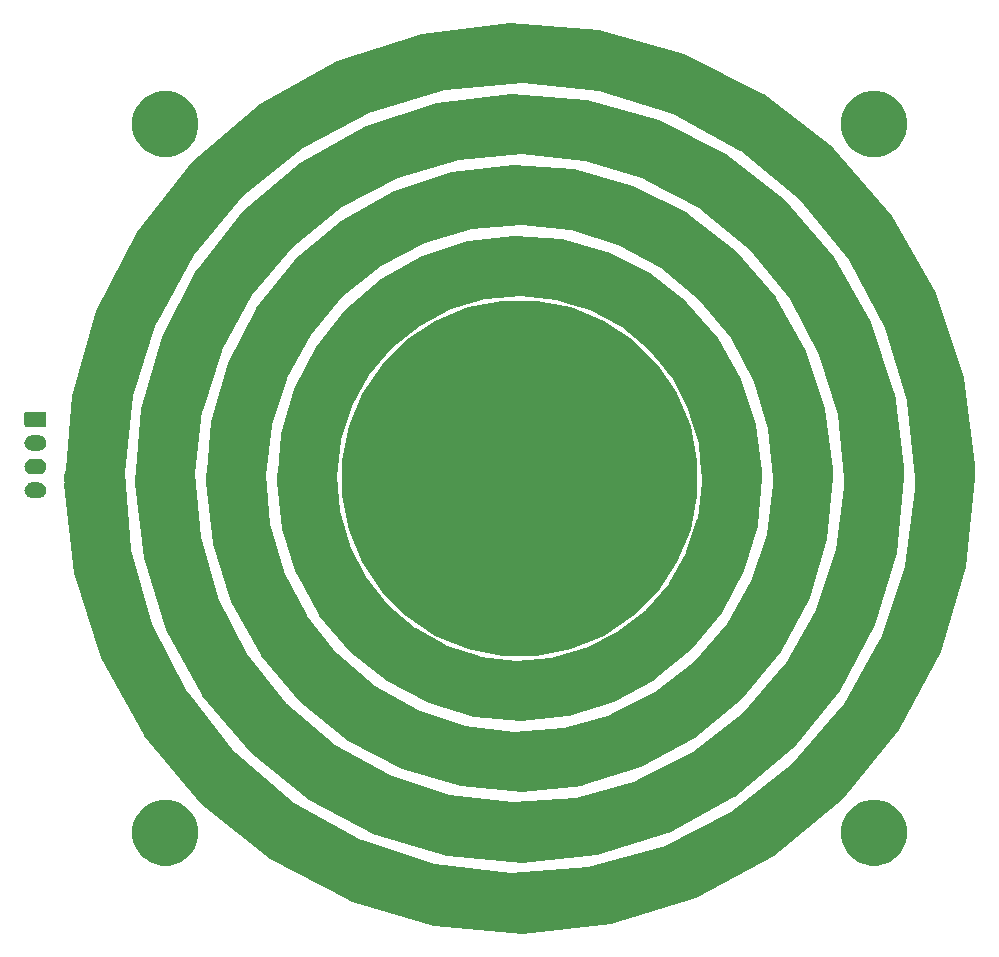
<source format=gbr>
G04 #@! TF.GenerationSoftware,KiCad,Pcbnew,(5.0.2)-1*
G04 #@! TF.CreationDate,2019-06-21T17:07:53-07:00*
G04 #@! TF.ProjectId,slip_ring,736c6970-5f72-4696-9e67-2e6b69636164,rev?*
G04 #@! TF.SameCoordinates,Original*
G04 #@! TF.FileFunction,Soldermask,Top*
G04 #@! TF.FilePolarity,Negative*
%FSLAX46Y46*%
G04 Gerber Fmt 4.6, Leading zero omitted, Abs format (unit mm)*
G04 Created by KiCad (PCBNEW (5.0.2)-1) date 6/21/2019 5:07:53 PM*
%MOMM*%
%LPD*%
G01*
G04 APERTURE LIST*
%ADD10C,0.100000*%
G04 APERTURE END LIST*
D10*
G36*
X6683337Y-7032734D02*
X6705293Y-7036606D01*
X13930603Y-9053948D01*
X13951382Y-9062007D01*
X20647255Y-12444336D01*
X20666070Y-12456277D01*
X26577457Y-17074759D01*
X26593599Y-17090131D01*
X31495333Y-22768843D01*
X31508185Y-22787062D01*
X35213567Y-29309715D01*
X35222629Y-29330067D01*
X37590524Y-36448222D01*
X37595459Y-36469947D01*
X38535994Y-43915055D01*
X38536885Y-43927780D01*
X38551798Y-44995793D01*
X38551264Y-45008537D01*
X37818975Y-52476999D01*
X37814646Y-52498858D01*
X35646429Y-59680342D01*
X35637932Y-59700955D01*
X32116122Y-66324518D01*
X32103788Y-66343083D01*
X27362514Y-72156457D01*
X27346816Y-72172265D01*
X21566692Y-76954001D01*
X21548209Y-76966468D01*
X14949390Y-80534435D01*
X14928847Y-80543070D01*
X7762668Y-82761374D01*
X7740841Y-82765854D01*
X280282Y-83549991D01*
X257995Y-83550146D01*
X-7212800Y-82870250D01*
X-7234686Y-82866076D01*
X-14431123Y-80748049D01*
X-14451802Y-80739694D01*
X-21099788Y-77264211D01*
X-21118439Y-77252006D01*
X-26964761Y-72551442D01*
X-26980689Y-72535845D01*
X-31802666Y-66789236D01*
X-31815254Y-66770853D01*
X-35429202Y-60197106D01*
X-35437985Y-60176614D01*
X-37706259Y-53026109D01*
X-37710894Y-53004302D01*
X-38547094Y-45549400D01*
X-38547406Y-45527116D01*
X-38530273Y-45323088D01*
X-38532237Y-45288241D01*
X-38537620Y-45261179D01*
X-38539814Y-45238903D01*
X-38539814Y-44761097D01*
X-38537620Y-44738817D01*
X-38499110Y-44545208D01*
X-33443614Y-44545208D01*
X-32899425Y-51025774D01*
X-32895021Y-51049769D01*
X-31102449Y-57301212D01*
X-31093468Y-57323894D01*
X-28120789Y-63108101D01*
X-28107574Y-63128607D01*
X-24068018Y-68225257D01*
X-24051071Y-68242806D01*
X-19098504Y-72457773D01*
X-19078471Y-72471696D01*
X-13401531Y-75644429D01*
X-13379176Y-75654196D01*
X-7194103Y-77663848D01*
X-7170277Y-77669087D01*
X-712651Y-78439113D01*
X-688260Y-78439624D01*
X5795949Y-77940691D01*
X5819974Y-77936454D01*
X12083774Y-76187569D01*
X12106519Y-76178747D01*
X17911345Y-73246520D01*
X17931943Y-73233448D01*
X23056666Y-69229574D01*
X23074332Y-69212751D01*
X27323771Y-64289730D01*
X27337834Y-64269795D01*
X30550123Y-58615144D01*
X30560046Y-58592857D01*
X32612830Y-52421958D01*
X32618234Y-52398169D01*
X33434256Y-45938693D01*
X33435230Y-45924771D01*
X33448015Y-45009161D01*
X33447430Y-44995218D01*
X32812085Y-38515467D01*
X32807347Y-38491536D01*
X30927665Y-32265728D01*
X30918368Y-32243173D01*
X27865220Y-26501036D01*
X27851720Y-26480716D01*
X23741399Y-21440965D01*
X23724209Y-21423655D01*
X18713271Y-17278247D01*
X18693046Y-17264605D01*
X12972363Y-14171443D01*
X12949873Y-14161989D01*
X6737339Y-12238889D01*
X6713442Y-12233984D01*
X245698Y-11554197D01*
X221303Y-11554026D01*
X-6255302Y-12143443D01*
X-6279266Y-12148015D01*
X-12518048Y-13984189D01*
X-12540667Y-13993328D01*
X-18303981Y-17006315D01*
X-18324394Y-17019673D01*
X-23392717Y-21094710D01*
X-23410148Y-21111779D01*
X-27590433Y-26093648D01*
X-27604215Y-26113777D01*
X-30737241Y-31812730D01*
X-30746852Y-31835153D01*
X-32713277Y-38034109D01*
X-32718349Y-38057971D01*
X-33443273Y-44520814D01*
X-33443614Y-44545208D01*
X-38499110Y-44545208D01*
X-38494523Y-44522151D01*
X-38443207Y-44264172D01*
X-38443364Y-44264141D01*
X-38439779Y-44245419D01*
X-37919683Y-38051760D01*
X-37915662Y-38029851D01*
X-35847921Y-30818783D01*
X-35839719Y-30798067D01*
X-32410729Y-24125975D01*
X-32398650Y-24107232D01*
X-27739017Y-18228238D01*
X-27723529Y-18212200D01*
X-22010737Y-13350232D01*
X-21992427Y-13337506D01*
X-15444079Y-9677759D01*
X-15423643Y-9668831D01*
X-8289149Y-7350693D01*
X-8267379Y-7345906D01*
X-818494Y-6457681D01*
X-796209Y-6457214D01*
X6683337Y-7032734D01*
X6683337Y-7032734D01*
G37*
G36*
X5641448Y-12941580D02*
X5663404Y-12945452D01*
X11760856Y-14647890D01*
X11781635Y-14655949D01*
X17432294Y-17510303D01*
X17451109Y-17522244D01*
X22439740Y-21419791D01*
X22455882Y-21435163D01*
X26592463Y-26227437D01*
X26605315Y-26245656D01*
X29732294Y-31750135D01*
X29741360Y-31770496D01*
X31739626Y-37777504D01*
X31744563Y-37799238D01*
X32538334Y-44082585D01*
X32539225Y-44095310D01*
X32551798Y-44995793D01*
X32551264Y-45008537D01*
X31933245Y-51311592D01*
X31928916Y-51333451D01*
X30099153Y-57393919D01*
X30090656Y-57414533D01*
X27118594Y-63004168D01*
X27106260Y-63022733D01*
X23105090Y-67928652D01*
X23089392Y-67944460D01*
X18211534Y-71979775D01*
X18193051Y-71992242D01*
X12624297Y-75003256D01*
X12603754Y-75011891D01*
X6556200Y-76883923D01*
X6534373Y-76888403D01*
X238394Y-77550137D01*
X216107Y-77550292D01*
X-6088512Y-76976527D01*
X-6110398Y-76972353D01*
X-12183483Y-75184946D01*
X-12204162Y-75176591D01*
X-17814409Y-72243625D01*
X-17833060Y-72231420D01*
X-22766781Y-68264606D01*
X-22782709Y-68249009D01*
X-26851985Y-63399434D01*
X-26864573Y-63381051D01*
X-29914390Y-57833454D01*
X-29923173Y-57812962D01*
X-31837372Y-51778641D01*
X-31842008Y-51756830D01*
X-32547679Y-45465628D01*
X-32547991Y-45443342D01*
X-32535631Y-45296150D01*
X-32537256Y-45267312D01*
X-32537018Y-45267289D01*
X-32537576Y-45261620D01*
X-32537594Y-45261307D01*
X-32537620Y-45261176D01*
X-32539814Y-45238902D01*
X-32539814Y-44761097D01*
X-32537620Y-44738817D01*
X-32515773Y-44628980D01*
X-27444198Y-44628980D01*
X-26997996Y-49942659D01*
X-26993592Y-49966654D01*
X-25523790Y-55092464D01*
X-25514809Y-55115146D01*
X-23077390Y-59857852D01*
X-23064175Y-59878358D01*
X-19751980Y-64057307D01*
X-19735033Y-64074856D01*
X-15674222Y-67530877D01*
X-15654189Y-67544800D01*
X-10999436Y-70146253D01*
X-10977081Y-70156020D01*
X-5905691Y-71803815D01*
X-5881865Y-71809054D01*
X-586997Y-72440429D01*
X-562606Y-72440940D01*
X4754060Y-72031844D01*
X4778085Y-72027607D01*
X9914027Y-70593627D01*
X9936772Y-70584805D01*
X14696384Y-68180552D01*
X14716982Y-68167480D01*
X18918948Y-64884543D01*
X18936614Y-64867720D01*
X22420902Y-60831135D01*
X22434965Y-60811200D01*
X25068850Y-56174724D01*
X25078773Y-56152437D01*
X26761934Y-51092667D01*
X26767338Y-51068878D01*
X27436595Y-45771163D01*
X27437569Y-45757241D01*
X27448015Y-45009161D01*
X27447430Y-44995218D01*
X26926354Y-39680873D01*
X26921616Y-39656942D01*
X25380389Y-34552151D01*
X25371092Y-34529596D01*
X22867692Y-29821385D01*
X22854192Y-29801065D01*
X19483974Y-25668770D01*
X19466784Y-25651460D01*
X15358114Y-22252473D01*
X15337889Y-22238831D01*
X10647270Y-19702622D01*
X10624780Y-19693168D01*
X5530872Y-18116341D01*
X5506975Y-18111436D01*
X203811Y-17554051D01*
X179416Y-17553880D01*
X-5131014Y-18037167D01*
X-5154978Y-18041739D01*
X-10270408Y-19547292D01*
X-10293027Y-19556431D01*
X-15018602Y-22026901D01*
X-15039015Y-22040259D01*
X-19194737Y-25381546D01*
X-19212168Y-25398615D01*
X-22639752Y-29483450D01*
X-22653534Y-29503579D01*
X-25222429Y-34176381D01*
X-25232040Y-34198804D01*
X-26844391Y-39281580D01*
X-26849463Y-39305442D01*
X-27443857Y-44604586D01*
X-27444198Y-44628980D01*
X-32515773Y-44628980D01*
X-32511186Y-44605924D01*
X-32454560Y-44321250D01*
X-32452596Y-44307324D01*
X-32018254Y-39134875D01*
X-32014233Y-39112966D01*
X-30269262Y-33027530D01*
X-30261060Y-33006814D01*
X-27367330Y-27376224D01*
X-27355251Y-27357481D01*
X-23422979Y-22396188D01*
X-23407491Y-22380150D01*
X-18586456Y-18277128D01*
X-18568146Y-18264402D01*
X-13041985Y-15175935D01*
X-13021549Y-15167007D01*
X-7000737Y-13210727D01*
X-6978967Y-13205940D01*
X-692840Y-12456365D01*
X-670555Y-12455898D01*
X5641448Y-12941580D01*
X5641448Y-12941580D01*
G37*
G36*
X4599559Y-18850427D02*
X4621515Y-18854299D01*
X9591108Y-20241833D01*
X9611887Y-20249892D01*
X14217333Y-22576271D01*
X14236148Y-22588212D01*
X18302023Y-25764822D01*
X18318165Y-25780194D01*
X21689594Y-29686031D01*
X21702446Y-29704250D01*
X24251022Y-34190555D01*
X24260084Y-34210907D01*
X25888732Y-39106804D01*
X25893667Y-39128529D01*
X26540673Y-44250115D01*
X26541564Y-44262840D01*
X26551798Y-44995793D01*
X26551264Y-45008537D01*
X26047514Y-50146186D01*
X26043185Y-50168045D01*
X24551877Y-55107498D01*
X24543380Y-55128111D01*
X22121067Y-59683819D01*
X22108733Y-59702384D01*
X18847666Y-63700847D01*
X18831968Y-63716655D01*
X14856377Y-67005550D01*
X14837894Y-67018017D01*
X10299203Y-69472078D01*
X10278658Y-69480715D01*
X5349736Y-71006470D01*
X5327906Y-71010951D01*
X196506Y-71550283D01*
X174219Y-71550438D01*
X-4964224Y-71082803D01*
X-4986110Y-71078629D01*
X-9935844Y-69621843D01*
X-9956523Y-69613488D01*
X-14529029Y-67223039D01*
X-14547680Y-67210834D01*
X-18568801Y-63977770D01*
X-18584729Y-63962173D01*
X-21901304Y-60009632D01*
X-21913892Y-59991249D01*
X-24399577Y-55469803D01*
X-24408360Y-55449311D01*
X-25968486Y-50531171D01*
X-25973122Y-50509360D01*
X-26548264Y-45381855D01*
X-26548576Y-45359569D01*
X-26540028Y-45257779D01*
X-26540119Y-45245043D01*
X-26539814Y-45245043D01*
X-26539814Y-44761097D01*
X-26537621Y-44738826D01*
X-26532436Y-44712754D01*
X-21444783Y-44712754D01*
X-21096568Y-48859545D01*
X-21092164Y-48883540D01*
X-19945131Y-52883717D01*
X-19936150Y-52906399D01*
X-18033990Y-56607603D01*
X-18020775Y-56628109D01*
X-15435941Y-59889357D01*
X-15418994Y-59906906D01*
X-12249941Y-62603982D01*
X-12229908Y-62617905D01*
X-8597342Y-64648077D01*
X-8574987Y-64657844D01*
X-4617280Y-65943781D01*
X-4593454Y-65949020D01*
X-461342Y-66441745D01*
X-436951Y-66442256D01*
X3712171Y-66122998D01*
X3736196Y-66118761D01*
X7744279Y-64999684D01*
X7767024Y-64990862D01*
X11481423Y-63114584D01*
X11502021Y-63101512D01*
X14781231Y-60539512D01*
X14798897Y-60522689D01*
X17518032Y-57372542D01*
X17532095Y-57352607D01*
X19587577Y-53734304D01*
X19597500Y-53712017D01*
X20911038Y-49763376D01*
X20916442Y-49739587D01*
X21438934Y-45603633D01*
X21439908Y-45589711D01*
X21448015Y-45009161D01*
X21447430Y-44995218D01*
X21040623Y-40846279D01*
X21035885Y-40822348D01*
X19833113Y-36838573D01*
X19823816Y-36816018D01*
X17870165Y-33141735D01*
X17856665Y-33121415D01*
X15226550Y-29896575D01*
X15209360Y-29879265D01*
X12002956Y-27226698D01*
X11982731Y-27213056D01*
X8322176Y-25233801D01*
X8299686Y-25224347D01*
X4324404Y-23993792D01*
X4300507Y-23988887D01*
X161923Y-23553905D01*
X137528Y-23553734D01*
X-4006726Y-23930890D01*
X-4030690Y-23935462D01*
X-8022769Y-25110395D01*
X-8045388Y-25119534D01*
X-11733222Y-27047487D01*
X-11753635Y-27060845D01*
X-14996757Y-29668382D01*
X-15014188Y-29685451D01*
X-17689071Y-32873252D01*
X-17702853Y-32893381D01*
X-19707617Y-36540033D01*
X-19717228Y-36562456D01*
X-20975505Y-40529050D01*
X-20980577Y-40552912D01*
X-21444442Y-44688360D01*
X-21444783Y-44712754D01*
X-26532436Y-44712754D01*
X-26527849Y-44689698D01*
X-26527848Y-44689688D01*
X-26467747Y-44387543D01*
X-26465783Y-44373616D01*
X-26116825Y-40217990D01*
X-26112804Y-40196081D01*
X-24690603Y-35236277D01*
X-24682401Y-35215561D01*
X-22323930Y-30626473D01*
X-22311851Y-30607730D01*
X-19106940Y-26564138D01*
X-19091452Y-26548100D01*
X-15162175Y-23204023D01*
X-15143865Y-23191297D01*
X-10639890Y-20674112D01*
X-10619454Y-20665184D01*
X-5712325Y-19070761D01*
X-5690556Y-19065974D01*
X-567184Y-18455049D01*
X-544900Y-18454582D01*
X4599559Y-18850427D01*
X4599559Y-18850427D01*
G37*
G36*
X3557670Y-24759273D02*
X3579626Y-24763145D01*
X7421361Y-25835776D01*
X7442140Y-25843835D01*
X11002372Y-27642239D01*
X11021187Y-27654180D01*
X14164306Y-30109853D01*
X14180448Y-30125225D01*
X16786724Y-33144625D01*
X16799576Y-33162844D01*
X18769749Y-36630975D01*
X18778811Y-36651327D01*
X20037836Y-40436095D01*
X20042771Y-40457820D01*
X20543012Y-44417644D01*
X20543903Y-44430369D01*
X20551798Y-44995793D01*
X20551264Y-45008537D01*
X20161783Y-48980780D01*
X20157454Y-49002639D01*
X19004601Y-52821076D01*
X18996104Y-52841689D01*
X17123539Y-56363470D01*
X17111205Y-56382035D01*
X14590241Y-59473041D01*
X14574543Y-59488849D01*
X11501220Y-62031324D01*
X11482737Y-62043791D01*
X7974110Y-63940899D01*
X7953565Y-63949536D01*
X4143268Y-65129019D01*
X4121438Y-65133500D01*
X154619Y-65550429D01*
X132332Y-65550584D01*
X-3839936Y-65189080D01*
X-3861822Y-65184906D01*
X-7688204Y-64058740D01*
X-7708883Y-64050385D01*
X-11243650Y-62202453D01*
X-11262301Y-62190248D01*
X-14370820Y-59690934D01*
X-14386748Y-59675337D01*
X-16950623Y-56619830D01*
X-16963211Y-56601447D01*
X-18884765Y-53106151D01*
X-18893548Y-53085659D01*
X-20099601Y-49283701D01*
X-20104237Y-49261890D01*
X-20548849Y-45298082D01*
X-20549161Y-45275796D01*
X-20540252Y-45169706D01*
X-20539814Y-45159246D01*
X-20539814Y-44796526D01*
X-15445368Y-44796526D01*
X-15195139Y-47776430D01*
X-15190735Y-47800425D01*
X-14366473Y-50674970D01*
X-14357492Y-50697652D01*
X-12990590Y-53357353D01*
X-12977375Y-53377859D01*
X-11119902Y-55721407D01*
X-11102955Y-55738956D01*
X-8825659Y-57677087D01*
X-8805626Y-57691010D01*
X-6195248Y-59149900D01*
X-6172893Y-59159667D01*
X-3328868Y-60083747D01*
X-3305042Y-60088986D01*
X-335688Y-60443061D01*
X-311297Y-60443572D01*
X2670282Y-60214151D01*
X2694307Y-60209914D01*
X5574532Y-59405741D01*
X5597277Y-59396919D01*
X8266462Y-58048617D01*
X8287060Y-58035545D01*
X10643514Y-56194481D01*
X10661180Y-56177658D01*
X12615163Y-53913948D01*
X12629226Y-53894013D01*
X14106305Y-51293884D01*
X14116228Y-51271597D01*
X15060142Y-48434085D01*
X15065546Y-48410296D01*
X15441274Y-45436103D01*
X15442248Y-45422181D01*
X15448015Y-45009161D01*
X15447430Y-44995218D01*
X15300403Y-43495721D01*
X15299792Y-43492640D01*
X15299895Y-43490544D01*
X15154892Y-42011686D01*
X15150154Y-41987755D01*
X14712953Y-40539673D01*
X14711811Y-40536906D01*
X14711518Y-40534922D01*
X14285837Y-39124995D01*
X14276540Y-39102440D01*
X13560047Y-37754914D01*
X13558552Y-37752666D01*
X13557940Y-37750950D01*
X12872637Y-36462084D01*
X12859137Y-36441764D01*
X11885926Y-35248490D01*
X11884323Y-35246877D01*
X11883535Y-35245558D01*
X10969125Y-34124381D01*
X10951935Y-34107071D01*
X9754869Y-33116772D01*
X9753447Y-33115814D01*
X9752669Y-33114952D01*
X8647799Y-32200924D01*
X8627574Y-32187282D01*
X7248719Y-31441737D01*
X7247789Y-31441347D01*
X7247245Y-31440941D01*
X5997083Y-30764980D01*
X5974594Y-30755526D01*
X4463764Y-30287846D01*
X4463612Y-30287815D01*
X4463522Y-30287772D01*
X3117938Y-29871244D01*
X3094040Y-29866339D01*
X120036Y-29553759D01*
X95641Y-29553588D01*
X-2882438Y-29824614D01*
X-2906402Y-29829186D01*
X-5775129Y-30673498D01*
X-5797748Y-30682637D01*
X-8447843Y-32068073D01*
X-8468256Y-32081431D01*
X-10798774Y-33955215D01*
X-10816205Y-33972284D01*
X-12738392Y-36263057D01*
X-12752174Y-36283186D01*
X-14192805Y-38903684D01*
X-14202416Y-38926107D01*
X-15106620Y-41776520D01*
X-15111692Y-41800382D01*
X-15445027Y-44772132D01*
X-15445368Y-44796526D01*
X-20539814Y-44796526D01*
X-20539814Y-44761097D01*
X-20537620Y-44738817D01*
X-20480933Y-44453834D01*
X-20478969Y-44439908D01*
X-20215396Y-41301105D01*
X-20211375Y-41279196D01*
X-19111944Y-37445025D01*
X-19103742Y-37424309D01*
X-17280530Y-33876723D01*
X-17268451Y-33857980D01*
X-14790901Y-30732088D01*
X-14775413Y-30716050D01*
X-11737893Y-28130918D01*
X-11719583Y-28118192D01*
X-8237796Y-26172288D01*
X-8217360Y-26163360D01*
X-4423913Y-24930794D01*
X-4402143Y-24926007D01*
X-441531Y-24453733D01*
X-419246Y-24453266D01*
X3557670Y-24759273D01*
X3557670Y-24759273D01*
G37*
G36*
X4390218Y-30527402D02*
X7129325Y-31661978D01*
X9594456Y-33309127D01*
X11690873Y-35405544D01*
X13290289Y-37799238D01*
X13338023Y-37870678D01*
X13415602Y-38057971D01*
X14472600Y-40609788D01*
X15051000Y-43517606D01*
X15051000Y-46482396D01*
X14472599Y-49390214D01*
X13338024Y-52129321D01*
X11690873Y-54594456D01*
X9594456Y-56690873D01*
X7129321Y-58338024D01*
X4390214Y-59472599D01*
X1482396Y-60051000D01*
X-1482396Y-60051000D01*
X-4390214Y-59472599D01*
X-7129321Y-58338024D01*
X-9594456Y-56690873D01*
X-11690873Y-54594456D01*
X-13338024Y-52129321D01*
X-14472599Y-49390214D01*
X-15051000Y-46482396D01*
X-15051000Y-43517604D01*
X-14472599Y-40609786D01*
X-13338024Y-37870679D01*
X-11690873Y-35405544D01*
X-9594456Y-33309127D01*
X-7129321Y-31661976D01*
X-4390214Y-30527401D01*
X-1482396Y-29949000D01*
X1482396Y-29949000D01*
X4390218Y-30527402D01*
X4390218Y-30527402D01*
G37*
G36*
X-29182979Y-72306640D02*
X-28673230Y-72517785D01*
X-28639775Y-72540139D01*
X-28214466Y-72824321D01*
X-27824321Y-73214466D01*
X-27619964Y-73520308D01*
X-27517785Y-73673230D01*
X-27306640Y-74182979D01*
X-27199000Y-74724124D01*
X-27199000Y-75275876D01*
X-27306640Y-75817021D01*
X-27517785Y-76326770D01*
X-27517786Y-76326771D01*
X-27824321Y-76785534D01*
X-28214466Y-77175679D01*
X-28346964Y-77264211D01*
X-28673230Y-77482215D01*
X-29182979Y-77693360D01*
X-29724124Y-77801000D01*
X-30275876Y-77801000D01*
X-30817021Y-77693360D01*
X-31326770Y-77482215D01*
X-31653036Y-77264211D01*
X-31785534Y-77175679D01*
X-32175679Y-76785534D01*
X-32482214Y-76326771D01*
X-32482215Y-76326770D01*
X-32693360Y-75817021D01*
X-32801000Y-75275876D01*
X-32801000Y-74724124D01*
X-32693360Y-74182979D01*
X-32482215Y-73673230D01*
X-32380036Y-73520308D01*
X-32175679Y-73214466D01*
X-31785534Y-72824321D01*
X-31360225Y-72540139D01*
X-31326770Y-72517785D01*
X-30817021Y-72306640D01*
X-30275876Y-72199000D01*
X-29724124Y-72199000D01*
X-29182979Y-72306640D01*
X-29182979Y-72306640D01*
G37*
G36*
X30817021Y-72306640D02*
X31326770Y-72517785D01*
X31360225Y-72540139D01*
X31785534Y-72824321D01*
X32175679Y-73214466D01*
X32380036Y-73520308D01*
X32482215Y-73673230D01*
X32693360Y-74182979D01*
X32801000Y-74724124D01*
X32801000Y-75275876D01*
X32693360Y-75817021D01*
X32482215Y-76326770D01*
X32482214Y-76326771D01*
X32175679Y-76785534D01*
X31785534Y-77175679D01*
X31653036Y-77264211D01*
X31326770Y-77482215D01*
X30817021Y-77693360D01*
X30275876Y-77801000D01*
X29724124Y-77801000D01*
X29182979Y-77693360D01*
X28673230Y-77482215D01*
X28346964Y-77264211D01*
X28214466Y-77175679D01*
X27824321Y-76785534D01*
X27517786Y-76326771D01*
X27517785Y-76326770D01*
X27306640Y-75817021D01*
X27199000Y-75275876D01*
X27199000Y-74724124D01*
X27306640Y-74182979D01*
X27517785Y-73673230D01*
X27619964Y-73520308D01*
X27824321Y-73214466D01*
X28214466Y-72824321D01*
X28639775Y-72540139D01*
X28673230Y-72517785D01*
X29182979Y-72306640D01*
X29724124Y-72199000D01*
X30275876Y-72199000D01*
X30817021Y-72306640D01*
X30817021Y-72306640D01*
G37*
G36*
X-40661145Y-45352140D02*
X-40597382Y-45358420D01*
X-40515573Y-45383237D01*
X-40474667Y-45395645D01*
X-40398976Y-45436103D01*
X-40361574Y-45456095D01*
X-40262447Y-45537447D01*
X-40181095Y-45636574D01*
X-40181094Y-45636576D01*
X-40120645Y-45749667D01*
X-40108237Y-45790573D01*
X-40083420Y-45872382D01*
X-40070851Y-46000000D01*
X-40083420Y-46127618D01*
X-40108237Y-46209427D01*
X-40120645Y-46250333D01*
X-40174181Y-46350491D01*
X-40181095Y-46363426D01*
X-40262447Y-46462553D01*
X-40361574Y-46543905D01*
X-40361576Y-46543906D01*
X-40474667Y-46604355D01*
X-40515573Y-46616763D01*
X-40597382Y-46641580D01*
X-40661145Y-46647860D01*
X-40693026Y-46651000D01*
X-41306974Y-46651000D01*
X-41338855Y-46647860D01*
X-41402618Y-46641580D01*
X-41484427Y-46616763D01*
X-41525333Y-46604355D01*
X-41638424Y-46543906D01*
X-41638426Y-46543905D01*
X-41737553Y-46462553D01*
X-41818905Y-46363426D01*
X-41825819Y-46350491D01*
X-41879355Y-46250333D01*
X-41891763Y-46209427D01*
X-41916580Y-46127618D01*
X-41929149Y-46000000D01*
X-41916580Y-45872382D01*
X-41891763Y-45790573D01*
X-41879355Y-45749667D01*
X-41818906Y-45636576D01*
X-41818905Y-45636574D01*
X-41737553Y-45537447D01*
X-41638426Y-45456095D01*
X-41601024Y-45436103D01*
X-41525333Y-45395645D01*
X-41484427Y-45383237D01*
X-41402618Y-45358420D01*
X-41338855Y-45352140D01*
X-41306974Y-45349000D01*
X-40693026Y-45349000D01*
X-40661145Y-45352140D01*
X-40661145Y-45352140D01*
G37*
G36*
X-40661145Y-43352140D02*
X-40597382Y-43358420D01*
X-40515573Y-43383237D01*
X-40474667Y-43395645D01*
X-40374509Y-43449181D01*
X-40361574Y-43456095D01*
X-40262447Y-43537447D01*
X-40181095Y-43636574D01*
X-40181094Y-43636576D01*
X-40120645Y-43749667D01*
X-40120645Y-43749668D01*
X-40083420Y-43872382D01*
X-40070851Y-44000000D01*
X-40083420Y-44127618D01*
X-40108237Y-44209427D01*
X-40120645Y-44250333D01*
X-40151108Y-44307324D01*
X-40181095Y-44363426D01*
X-40262447Y-44462553D01*
X-40361574Y-44543905D01*
X-40361576Y-44543906D01*
X-40474667Y-44604355D01*
X-40515568Y-44616762D01*
X-40597382Y-44641580D01*
X-40661145Y-44647860D01*
X-40693026Y-44651000D01*
X-41306974Y-44651000D01*
X-41338855Y-44647860D01*
X-41402618Y-44641580D01*
X-41484432Y-44616762D01*
X-41525333Y-44604355D01*
X-41638424Y-44543906D01*
X-41638426Y-44543905D01*
X-41737553Y-44462553D01*
X-41818905Y-44363426D01*
X-41848892Y-44307324D01*
X-41879355Y-44250333D01*
X-41891763Y-44209427D01*
X-41916580Y-44127618D01*
X-41929149Y-44000000D01*
X-41916580Y-43872382D01*
X-41879355Y-43749668D01*
X-41879355Y-43749667D01*
X-41818906Y-43636576D01*
X-41818905Y-43636574D01*
X-41737553Y-43537447D01*
X-41638426Y-43456095D01*
X-41625491Y-43449181D01*
X-41525333Y-43395645D01*
X-41484427Y-43383237D01*
X-41402618Y-43358420D01*
X-41338855Y-43352140D01*
X-41306974Y-43349000D01*
X-40693026Y-43349000D01*
X-40661145Y-43352140D01*
X-40661145Y-43352140D01*
G37*
G36*
X-40661145Y-41352140D02*
X-40597382Y-41358420D01*
X-40515573Y-41383237D01*
X-40474667Y-41395645D01*
X-40374509Y-41449181D01*
X-40361574Y-41456095D01*
X-40262447Y-41537447D01*
X-40181095Y-41636574D01*
X-40181094Y-41636576D01*
X-40120645Y-41749667D01*
X-40108995Y-41788073D01*
X-40083420Y-41872382D01*
X-40070851Y-42000000D01*
X-40083420Y-42127618D01*
X-40108237Y-42209427D01*
X-40120645Y-42250333D01*
X-40174181Y-42350491D01*
X-40181095Y-42363426D01*
X-40262447Y-42462553D01*
X-40361574Y-42543905D01*
X-40361576Y-42543906D01*
X-40474667Y-42604355D01*
X-40515573Y-42616763D01*
X-40597382Y-42641580D01*
X-40661145Y-42647860D01*
X-40693026Y-42651000D01*
X-41306974Y-42651000D01*
X-41338855Y-42647860D01*
X-41402618Y-42641580D01*
X-41484427Y-42616763D01*
X-41525333Y-42604355D01*
X-41638424Y-42543906D01*
X-41638426Y-42543905D01*
X-41737553Y-42462553D01*
X-41818905Y-42363426D01*
X-41825819Y-42350491D01*
X-41879355Y-42250333D01*
X-41891763Y-42209427D01*
X-41916580Y-42127618D01*
X-41929149Y-42000000D01*
X-41916580Y-41872382D01*
X-41891005Y-41788073D01*
X-41879355Y-41749667D01*
X-41818906Y-41636576D01*
X-41818905Y-41636574D01*
X-41737553Y-41537447D01*
X-41638426Y-41456095D01*
X-41625491Y-41449181D01*
X-41525333Y-41395645D01*
X-41484427Y-41383237D01*
X-41402618Y-41358420D01*
X-41338855Y-41352140D01*
X-41306974Y-41349000D01*
X-40693026Y-41349000D01*
X-40661145Y-41352140D01*
X-40661145Y-41352140D01*
G37*
G36*
X-40233758Y-39353404D02*
X-40196661Y-39364657D01*
X-40162480Y-39382927D01*
X-40132518Y-39407518D01*
X-40107927Y-39437480D01*
X-40089657Y-39471661D01*
X-40078404Y-39508758D01*
X-40074000Y-39553473D01*
X-40074000Y-40446527D01*
X-40078404Y-40491242D01*
X-40089657Y-40528339D01*
X-40107927Y-40562520D01*
X-40132518Y-40592482D01*
X-40162480Y-40617073D01*
X-40196661Y-40635343D01*
X-40233758Y-40646596D01*
X-40278473Y-40651000D01*
X-41721527Y-40651000D01*
X-41766242Y-40646596D01*
X-41803339Y-40635343D01*
X-41837520Y-40617073D01*
X-41867482Y-40592482D01*
X-41892073Y-40562520D01*
X-41910343Y-40528339D01*
X-41921596Y-40491242D01*
X-41926000Y-40446527D01*
X-41926000Y-39553473D01*
X-41921596Y-39508758D01*
X-41910343Y-39471661D01*
X-41892073Y-39437480D01*
X-41867482Y-39407518D01*
X-41837520Y-39382927D01*
X-41803339Y-39364657D01*
X-41766242Y-39353404D01*
X-41721527Y-39349000D01*
X-40278473Y-39349000D01*
X-40233758Y-39353404D01*
X-40233758Y-39353404D01*
G37*
G36*
X-29182979Y-12306640D02*
X-28673230Y-12517785D01*
X-28673229Y-12517786D01*
X-28214466Y-12824321D01*
X-27824321Y-13214466D01*
X-27619964Y-13520308D01*
X-27517785Y-13673230D01*
X-27306640Y-14182979D01*
X-27199000Y-14724124D01*
X-27199000Y-15275876D01*
X-27306640Y-15817021D01*
X-27517785Y-16326770D01*
X-27517786Y-16326771D01*
X-27824321Y-16785534D01*
X-28214466Y-17175679D01*
X-28520308Y-17380036D01*
X-28673230Y-17482215D01*
X-29182979Y-17693360D01*
X-29724124Y-17801000D01*
X-30275876Y-17801000D01*
X-30817021Y-17693360D01*
X-31326770Y-17482215D01*
X-31479692Y-17380036D01*
X-31785534Y-17175679D01*
X-32175679Y-16785534D01*
X-32482214Y-16326771D01*
X-32482215Y-16326770D01*
X-32693360Y-15817021D01*
X-32801000Y-15275876D01*
X-32801000Y-14724124D01*
X-32693360Y-14182979D01*
X-32482215Y-13673230D01*
X-32380036Y-13520308D01*
X-32175679Y-13214466D01*
X-31785534Y-12824321D01*
X-31326771Y-12517786D01*
X-31326770Y-12517785D01*
X-30817021Y-12306640D01*
X-30275876Y-12199000D01*
X-29724124Y-12199000D01*
X-29182979Y-12306640D01*
X-29182979Y-12306640D01*
G37*
G36*
X30817021Y-12306640D02*
X31326770Y-12517785D01*
X31326771Y-12517786D01*
X31785534Y-12824321D01*
X32175679Y-13214466D01*
X32380036Y-13520308D01*
X32482215Y-13673230D01*
X32693360Y-14182979D01*
X32801000Y-14724124D01*
X32801000Y-15275876D01*
X32693360Y-15817021D01*
X32482215Y-16326770D01*
X32482214Y-16326771D01*
X32175679Y-16785534D01*
X31785534Y-17175679D01*
X31479692Y-17380036D01*
X31326770Y-17482215D01*
X30817021Y-17693360D01*
X30275876Y-17801000D01*
X29724124Y-17801000D01*
X29182979Y-17693360D01*
X28673230Y-17482215D01*
X28520308Y-17380036D01*
X28214466Y-17175679D01*
X27824321Y-16785534D01*
X27517786Y-16326771D01*
X27517785Y-16326770D01*
X27306640Y-15817021D01*
X27199000Y-15275876D01*
X27199000Y-14724124D01*
X27306640Y-14182979D01*
X27517785Y-13673230D01*
X27619964Y-13520308D01*
X27824321Y-13214466D01*
X28214466Y-12824321D01*
X28673229Y-12517786D01*
X28673230Y-12517785D01*
X29182979Y-12306640D01*
X29724124Y-12199000D01*
X30275876Y-12199000D01*
X30817021Y-12306640D01*
X30817021Y-12306640D01*
G37*
M02*

</source>
